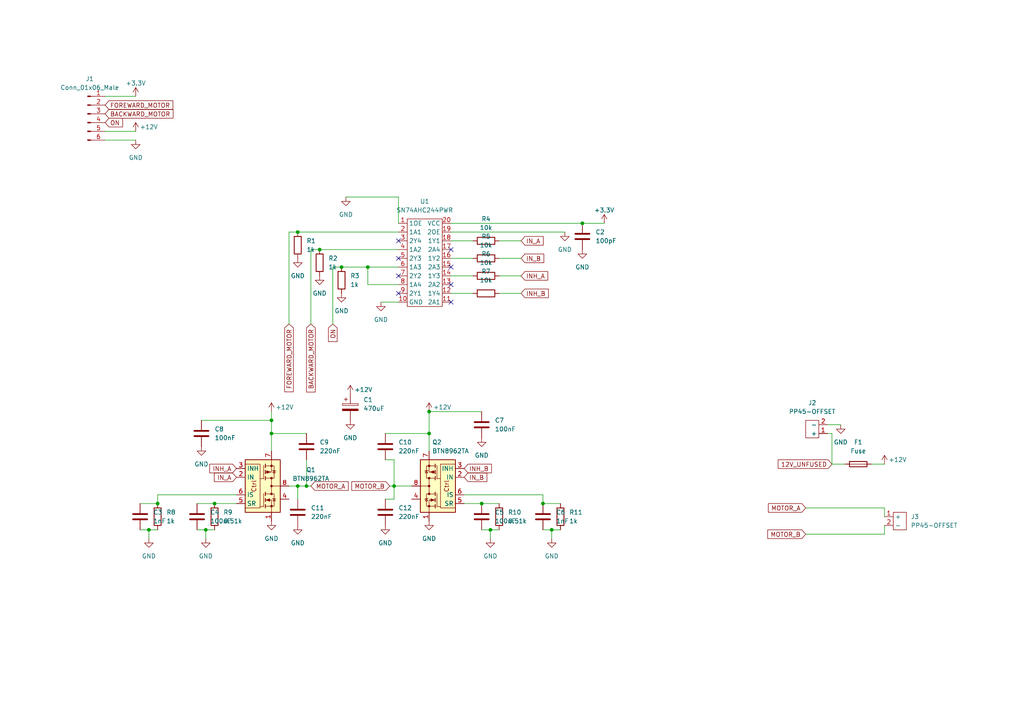
<source format=kicad_sch>
(kicad_sch (version 20211123) (generator eeschema)
  (paper "A4")
  (lib_symbols
    (symbol "01-rickbassham:BTN8982TA"
      (property "Reference" "Q" (at 6.35 5.715 0))
      (property "Value" "BTN8982TA" (at 6.35 3.81 0))
      (symbol "BTN8982TA_0_1"
        (rectangle (start -5.08 7.62) (end 5.08 -7.62) (stroke (width 0.254)) (fill (type background)))
        (polyline (pts (xy 0.254 -5.969) (xy -0.762 -5.969)))
        (polyline (pts (xy 0.254 2.159) (xy -0.762 2.159)))
        (polyline (pts (xy 2.54 0) (xy 5.08 0)))
        (polyline (pts (xy 2.54 2.286) (xy 2.54 -2.286)))
        (polyline (pts (xy 2.54 -5.842) (xy 2.54 -7.62) (xy 2.54 -6.858)))
        (polyline (pts (xy -5.08 6.35) (xy -0.762 6.35) (xy -0.762 -6.35) (xy -5.08 -6.35)))
      )
      (symbol "BTN8982TA_1_0"
        (text "Ctrl" (at -2.54 0 900) (effects (font (size 1.27 1.27))))
      )
      (symbol "BTN8982TA_1_1"
        (polyline (pts (xy 0.762 -5.842) (xy 2.54 -5.842)))
        (polyline (pts (xy 0.762 -5.334) (xy 0.762 -6.35)) (stroke (width 0.254)))
        (polyline (pts (xy 0.762 -4.064) (xy 2.54 -4.064)))
        (polyline (pts (xy 0.762 -3.556) (xy 0.762 -4.572)) (stroke (width 0.254)))
        (polyline (pts (xy 0.762 -2.286) (xy 2.54 -2.286)))
        (polyline (pts (xy 0.762 -1.778) (xy 0.762 -2.794)) (stroke (width 0.254)))
        (polyline (pts (xy 0.762 2.286) (xy 2.54 2.286)))
        (polyline (pts (xy 0.762 2.794) (xy 0.762 1.778)) (stroke (width 0.254)))
        (polyline (pts (xy 0.762 4.064) (xy 2.54 4.064)))
        (polyline (pts (xy 0.762 4.572) (xy 0.762 3.556)) (stroke (width 0.254)))
        (polyline (pts (xy 0.762 5.842) (xy 2.54 5.842)))
        (polyline (pts (xy 0.762 6.35) (xy 0.762 5.334)) (stroke (width 0.254)))
        (polyline (pts (xy 2.54 -5.842) (xy 2.54 -4.064)))
        (polyline (pts (xy 2.54 4.064) (xy 2.54 5.842)))
        (polyline (pts (xy 2.54 7.62) (xy 2.54 5.842)))
        (polyline (pts (xy 0.254 -2.159) (xy 0.254 -5.969) (xy 0.254 -5.969)))
        (polyline (pts (xy 0.254 5.969) (xy 0.254 2.159) (xy 0.254 2.159)))
        (polyline (pts (xy 1.016 -4.064) (xy 2.032 -3.683) (xy 2.032 -4.445) (xy 1.016 -4.064)) (fill (type outline)))
        (polyline (pts (xy 2.159 4.064) (xy 1.143 3.683) (xy 1.143 4.445) (xy 2.159 4.064)) (fill (type outline)))
        (polyline (pts (xy 2.54 -5.842) (xy 3.302 -5.842) (xy 3.302 -2.286) (xy 2.54 -2.286)))
        (polyline (pts (xy 2.54 2.286) (xy 3.302 2.286) (xy 3.302 5.842) (xy 2.54 5.842)))
        (polyline (pts (xy 2.794 -3.556) (xy 2.921 -3.683) (xy 3.683 -3.683) (xy 3.81 -3.81)))
        (polyline (pts (xy 2.794 4.572) (xy 2.921 4.445) (xy 3.683 4.445) (xy 3.81 4.318)))
        (polyline (pts (xy 3.302 -3.683) (xy 2.921 -4.318) (xy 3.683 -4.318) (xy 3.302 -3.683)))
        (polyline (pts (xy 3.302 4.445) (xy 2.921 3.81) (xy 3.683 3.81) (xy 3.302 4.445)))
        (circle (center 2.54 -5.842) (radius 0.2794) (fill (type outline)))
        (circle (center 2.54 -2.286) (radius 0.2794) (fill (type outline)))
        (circle (center 2.54 0) (radius 0.2794) (fill (type outline)))
        (circle (center 2.54 2.286) (radius 0.2794) (fill (type outline)))
        (circle (center 2.54 5.842) (radius 0.2794) (fill (type outline)))
        (pin power_in line (at 2.54 -10.16 90) (length 2.54) (name "~") (number "1"))
        (pin input line (at -7.62 2.54 0) (length 2.54) (name "IN") (number "2"))
        (pin input line (at -7.62 5.08 0) (length 2.54) (name "INH") (number "3"))
        (pin output line (at 7.62 -3.81 180) (length 2.54) (name "") (number "4"))
        (pin passive line (at 7.62 0 180) (length 2.54) hide (name "~") (number "4"))
        (pin input line (at -7.62 -5.08 0) (length 2.54) (name "SR") (number "5"))
        (pin output line (at -7.62 -2.54 0) (length 2.54) (name "IS") (number "6"))
        (pin power_in line (at 2.54 10.16 270) (length 2.54) (name "~") (number "7"))
        (pin passive line (at 7.62 0 180) (length 2.54) (name "~") (number "8"))
      )
    )
    (symbol "01-rickbassham:PP45-OFFSET"
      (property "Reference" "J" (at 0 0 0))
      (property "Value" "PP45-OFFSET" (at 0 2.54 0))
      (symbol "PP45-OFFSET_0_1"
        (rectangle (start 0 -2.54) (end 3.81 -7.62))
      )
      (symbol "PP45-OFFSET_1_1"
        (pin power_in line (at -2.54 -3.81 0) (length 2.54) (name "+") (number "1"))
        (pin power_in line (at -2.54 -6.35 0) (length 2.54) (name "-") (number "2"))
      )
    )
    (symbol "01-rickbassham:SN74AHC244PWR"
      (property "Reference" "U" (at 0 0 0))
      (property "Value" "SN74AHC244PWR" (at 0 2.54 0))
      (symbol "SN74AHC244PWR_0_1"
        (rectangle (start -5.08 -2.54) (end 5.08 -27.94))
      )
      (symbol "SN74AHC244PWR_1_1"
        (pin input line (at -7.62 -3.81 0) (length 2.54) (name "1OE") (number "1"))
        (pin passive line (at -7.62 -26.67 0) (length 2.54) (name "GND") (number "10"))
        (pin input line (at 7.62 -26.67 180) (length 2.54) (name "2A1") (number "11"))
        (pin output line (at 7.62 -24.13 180) (length 2.54) (name "1Y4") (number "12"))
        (pin input line (at 7.62 -21.59 180) (length 2.54) (name "2A2") (number "13"))
        (pin output line (at 7.62 -19.05 180) (length 2.54) (name "1Y3") (number "14"))
        (pin input line (at 7.62 -16.51 180) (length 2.54) (name "2A3") (number "15"))
        (pin output line (at 7.62 -13.97 180) (length 2.54) (name "1Y2") (number "16"))
        (pin input line (at 7.62 -11.43 180) (length 2.54) (name "2A4") (number "17"))
        (pin output line (at 7.62 -8.89 180) (length 2.54) (name "1Y1") (number "18"))
        (pin input line (at 7.62 -6.35 180) (length 2.54) (name "2OE") (number "19"))
        (pin input line (at -7.62 -6.35 0) (length 2.54) (name "1A1") (number "2"))
        (pin passive line (at 7.62 -3.81 180) (length 2.54) (name "VCC") (number "20"))
        (pin output line (at -7.62 -8.89 0) (length 2.54) (name "2Y4") (number "3"))
        (pin input line (at -7.62 -11.43 0) (length 2.54) (name "1A2") (number "4"))
        (pin output line (at -7.62 -13.97 0) (length 2.54) (name "2Y3") (number "5"))
        (pin input line (at -7.62 -16.51 0) (length 2.54) (name "1A3") (number "6"))
        (pin output line (at -7.62 -19.05 0) (length 2.54) (name "2Y2") (number "7"))
        (pin input line (at -7.62 -21.59 0) (length 2.54) (name "1A4") (number "8"))
        (pin output line (at -7.62 -24.13 0) (length 2.54) (name "2Y1") (number "9"))
      )
    )
    (symbol "Connector:Conn_01x06_Male" (pin_names (offset 1.016) hide)
      (property "Reference" "J" (at 0 7.62 0))
      (property "Value" "Conn_01x06_Male" (at 0 -10.16 0))
      (symbol "Conn_01x06_Male_1_1"
        (polyline (pts (xy 1.27 -7.62) (xy 0.8636 -7.62)) (stroke (width 0.1524)))
        (polyline (pts (xy 1.27 -5.08) (xy 0.8636 -5.08)) (stroke (width 0.1524)))
        (polyline (pts (xy 1.27 -2.54) (xy 0.8636 -2.54)) (stroke (width 0.1524)))
        (polyline (pts (xy 1.27 0) (xy 0.8636 0)) (stroke (width 0.1524)))
        (polyline (pts (xy 1.27 2.54) (xy 0.8636 2.54)) (stroke (width 0.1524)))
        (polyline (pts (xy 1.27 5.08) (xy 0.8636 5.08)) (stroke (width 0.1524)))
        (rectangle (start 0.8636 -7.493) (end 0 -7.747) (stroke (width 0.1524)) (fill (type outline)))
        (rectangle (start 0.8636 -4.953) (end 0 -5.207) (stroke (width 0.1524)) (fill (type outline)))
        (rectangle (start 0.8636 -2.413) (end 0 -2.667) (stroke (width 0.1524)) (fill (type outline)))
        (rectangle (start 0.8636 0.127) (end 0 -0.127) (stroke (width 0.1524)) (fill (type outline)))
        (rectangle (start 0.8636 2.667) (end 0 2.413) (stroke (width 0.1524)) (fill (type outline)))
        (rectangle (start 0.8636 5.207) (end 0 4.953) (stroke (width 0.1524)) (fill (type outline)))
        (pin passive line (at 5.08 5.08 180) (length 3.81) (name "Pin_1") (number "1"))
        (pin passive line (at 5.08 2.54 180) (length 3.81) (name "Pin_2") (number "2"))
        (pin passive line (at 5.08 0 180) (length 3.81) (name "Pin_3") (number "3"))
        (pin passive line (at 5.08 -2.54 180) (length 3.81) (name "Pin_4") (number "4"))
        (pin passive line (at 5.08 -5.08 180) (length 3.81) (name "Pin_5") (number "5"))
        (pin passive line (at 5.08 -7.62 180) (length 3.81) (name "Pin_6") (number "6"))
      )
    )
    (symbol "Device:C" (pin_numbers hide) (pin_names (offset 0.254))
      (property "Reference" "C" (at 0.635 2.54 0))
      (property "Value" "C" (at 0.635 -2.54 0))
      (symbol "C_0_1"
        (polyline (pts (xy -2.032 -0.762) (xy 2.032 -0.762)) (stroke (width 0.508)))
        (polyline (pts (xy -2.032 0.762) (xy 2.032 0.762)) (stroke (width 0.508)))
      )
      (symbol "C_1_1"
        (pin passive line (at 0 3.81 270) (length 2.794) (name "~") (number "1"))
        (pin passive line (at 0 -3.81 90) (length 2.794) (name "~") (number "2"))
      )
    )
    (symbol "Device:C_Polarized" (pin_numbers hide) (pin_names (offset 0.254))
      (property "Reference" "C" (at 0.635 2.54 0))
      (property "Value" "C_Polarized" (at 0.635 -2.54 0))
      (symbol "C_Polarized_0_1"
        (rectangle (start -2.286 0.508) (end 2.286 1.016))
        (polyline (pts (xy -1.778 2.286) (xy -0.762 2.286)))
        (polyline (pts (xy -1.27 2.794) (xy -1.27 1.778)))
        (rectangle (start 2.286 -0.508) (end -2.286 -1.016) (fill (type outline)))
      )
      (symbol "C_Polarized_1_1"
        (pin passive line (at 0 3.81 270) (length 2.794) (name "~") (number "1"))
        (pin passive line (at 0 -3.81 90) (length 2.794) (name "~") (number "2"))
      )
    )
    (symbol "Device:Fuse" (pin_numbers hide) (pin_names (offset 0))
      (property "Reference" "F" (at 2.032 0 90))
      (property "Value" "Fuse" (at -1.905 0 90))
      (symbol "Fuse_0_1"
        (rectangle (start -0.762 -2.54) (end 0.762 2.54) (stroke (width 0.254)))
        (polyline (pts (xy 0 2.54) (xy 0 -2.54)))
      )
      (symbol "Fuse_1_1"
        (pin passive line (at 0 3.81 270) (length 1.27) (name "~") (number "1"))
        (pin passive line (at 0 -3.81 90) (length 1.27) (name "~") (number "2"))
      )
    )
    (symbol "Device:R" (pin_numbers hide) (pin_names (offset 0))
      (property "Reference" "R" (at 2.032 0 90))
      (property "Value" "R" (at 0 0 90))
      (symbol "R_0_1"
        (rectangle (start -1.016 -2.54) (end 1.016 2.54) (stroke (width 0.254)))
      )
      (symbol "R_1_1"
        (pin passive line (at 0 3.81 270) (length 1.27) (name "~") (number "1"))
        (pin passive line (at 0 -3.81 90) (length 1.27) (name "~") (number "2"))
      )
    )
    (symbol "power:+12V" (power) (pin_names (offset 0))
      (property "Value" "+12V" (at 0 3.556 0))
      (symbol "+12V_0_1"
        (polyline (pts (xy -0.762 1.27) (xy 0 2.54)))
        (polyline (pts (xy 0 0) (xy 0 2.54)))
        (polyline (pts (xy 0 2.54) (xy 0.762 1.27)))
      )
      (symbol "+12V_1_1"
        (pin power_in line (at 0 0 90) (length 0) hide (name "+12V") (number "1"))
      )
    )
    (symbol "power:+3.3V" (power) (pin_names (offset 0))
      (property "Value" "+3.3V" (at 0 3.556 0))
      (symbol "+3.3V_0_1"
        (polyline (pts (xy -0.762 1.27) (xy 0 2.54)))
        (polyline (pts (xy 0 0) (xy 0 2.54)))
        (polyline (pts (xy 0 2.54) (xy 0.762 1.27)))
      )
      (symbol "+3.3V_1_1"
        (pin power_in line (at 0 0 90) (length 0) hide (name "+3.3V") (number "1"))
      )
    )
    (symbol "power:GND" (power) (pin_names (offset 0))
      (property "Value" "GND" (at 0 -3.81 0))
      (symbol "GND_0_1"
        (polyline (pts (xy 0 0) (xy 0 -1.27) (xy 1.27 -1.27) (xy 0 -2.54) (xy -1.27 -1.27) (xy 0 -1.27)))
      )
      (symbol "GND_1_1"
        (pin power_in line (at 0 0 270) (length 0) hide (name "GND") (number "1"))
      )
    )
  )
  (junction (at 78.74 121.92))
  (junction (at 139.7 146.05))
  (junction (at 99.06 77.47))
  (junction (at 160.02 153.67))
  (junction (at 45.72 146.05))
  (junction (at 124.46 119.38))
  (junction (at 78.74 125.73))
  (junction (at 43.18 153.67))
  (junction (at 157.48 146.05))
  (junction (at 62.23 146.05))
  (junction (at 168.91 64.77))
  (junction (at 114.3 140.97))
  (junction (at 86.36 67.31))
  (junction (at 124.46 125.73))
  (junction (at 92.71 72.39))
  (junction (at 59.69 153.67))
  (junction (at 106.68 77.47))
  (junction (at 142.24 153.67))
  (junction (at 86.36 140.97))
  (junction (at 88.9 140.97))
  (no_connect (at 115.57 69.85))
  (no_connect (at 115.57 74.93))
  (no_connect (at 115.57 80.01))
  (no_connect (at 115.57 85.09))
  (no_connect (at 130.81 87.63))
  (no_connect (at 130.81 82.55))
  (no_connect (at 130.81 77.47))
  (no_connect (at 130.81 72.39))
  (wire (pts (xy 78.74 121.92) (xy 78.74 125.73)))
  (wire (pts (xy 241.3 125.73) (xy 241.3 134.62)))
  (wire (pts (xy 168.91 64.77) (xy 175.26 64.77)))
  (wire (pts (xy 233.68 147.32) (xy 256.54 147.32)))
  (wire (pts (xy 90.17 93.98) (xy 90.17 72.39)))
  (wire (pts (xy 256.54 154.94) (xy 256.54 152.4)))
  (wire (pts (xy 58.42 121.92) (xy 78.74 121.92)))
  (wire (pts (xy 130.81 64.77) (xy 168.91 64.77)))
  (wire (pts (xy 86.36 140.97) (xy 88.9 140.97)))
  (wire (pts (xy 92.71 72.39) (xy 115.57 72.39)))
  (wire (pts (xy 142.24 153.67) (xy 144.78 153.67)))
  (wire (pts (xy 111.76 133.35) (xy 114.3 133.35)))
  (wire (pts (xy 160.02 153.67) (xy 160.02 156.21)))
  (wire (pts (xy 240.03 123.19) (xy 243.84 123.19)))
  (wire (pts (xy 86.36 67.31) (xy 115.57 67.31)))
  (wire (pts (xy 130.81 69.85) (xy 137.16 69.85)))
  (wire (pts (xy 68.58 143.51) (xy 45.72 143.51)))
  (wire (pts (xy 130.81 74.93) (xy 137.16 74.93)))
  (wire (pts (xy 124.46 119.38) (xy 139.7 119.38)))
  (wire (pts (xy 57.15 146.05) (xy 62.23 146.05)))
  (wire (pts (xy 100.33 57.15) (xy 115.57 57.15)))
  (wire (pts (xy 157.48 153.67) (xy 160.02 153.67)))
  (wire (pts (xy 83.82 67.31) (xy 86.36 67.31)))
  (wire (pts (xy 88.9 133.35) (xy 88.9 140.97)))
  (wire (pts (xy 142.24 153.67) (xy 142.24 156.21)))
  (wire (pts (xy 110.49 87.63) (xy 115.57 87.63)))
  (wire (pts (xy 96.52 77.47) (xy 99.06 77.47)))
  (wire (pts (xy 157.48 146.05) (xy 162.56 146.05)))
  (wire (pts (xy 43.18 153.67) (xy 45.72 153.67)))
  (wire (pts (xy 78.74 125.73) (xy 88.9 125.73)))
  (wire (pts (xy 86.36 140.97) (xy 86.36 144.78)))
  (wire (pts (xy 139.7 146.05) (xy 144.78 146.05)))
  (wire (pts (xy 78.74 125.73) (xy 78.74 130.81)))
  (wire (pts (xy 57.15 153.67) (xy 59.69 153.67)))
  (wire (pts (xy 30.48 40.64) (xy 39.37 40.64)))
  (wire (pts (xy 90.17 72.39) (xy 92.71 72.39)))
  (wire (pts (xy 160.02 153.67) (xy 162.56 153.67)))
  (wire (pts (xy 99.06 77.47) (xy 106.68 77.47)))
  (wire (pts (xy 233.68 154.94) (xy 256.54 154.94)))
  (wire (pts (xy 83.82 93.98) (xy 83.82 67.31)))
  (wire (pts (xy 30.48 27.94) (xy 39.37 27.94)))
  (wire (pts (xy 144.78 85.09) (xy 151.13 85.09)))
  (wire (pts (xy 124.46 119.38) (xy 124.46 125.73)))
  (wire (pts (xy 40.64 146.05) (xy 45.72 146.05)))
  (wire (pts (xy 144.78 69.85) (xy 151.13 69.85)))
  (wire (pts (xy 106.68 77.47) (xy 115.57 77.47)))
  (wire (pts (xy 83.82 140.97) (xy 86.36 140.97)))
  (wire (pts (xy 134.62 143.51) (xy 157.48 143.51)))
  (wire (pts (xy 130.81 80.01) (xy 137.16 80.01)))
  (wire (pts (xy 106.68 82.55) (xy 106.68 77.47)))
  (wire (pts (xy 115.57 82.55) (xy 106.68 82.55)))
  (wire (pts (xy 113.03 140.97) (xy 114.3 140.97)))
  (wire (pts (xy 139.7 153.67) (xy 142.24 153.67)))
  (wire (pts (xy 130.81 85.09) (xy 137.16 85.09)))
  (wire (pts (xy 43.18 153.67) (xy 43.18 156.21)))
  (wire (pts (xy 124.46 125.73) (xy 124.46 130.81)))
  (wire (pts (xy 144.78 74.93) (xy 151.13 74.93)))
  (wire (pts (xy 144.78 80.01) (xy 151.13 80.01)))
  (wire (pts (xy 256.54 147.32) (xy 256.54 149.86)))
  (wire (pts (xy 114.3 133.35) (xy 114.3 140.97)))
  (wire (pts (xy 134.62 146.05) (xy 139.7 146.05)))
  (wire (pts (xy 115.57 57.15) (xy 115.57 64.77)))
  (wire (pts (xy 157.48 143.51) (xy 157.48 146.05)))
  (wire (pts (xy 78.74 119.38) (xy 78.74 121.92)))
  (wire (pts (xy 30.48 38.1) (xy 39.37 38.1)))
  (wire (pts (xy 114.3 140.97) (xy 119.38 140.97)))
  (wire (pts (xy 59.69 153.67) (xy 62.23 153.67)))
  (wire (pts (xy 114.3 144.78) (xy 114.3 140.97)))
  (wire (pts (xy 111.76 125.73) (xy 124.46 125.73)))
  (wire (pts (xy 59.69 153.67) (xy 59.69 156.21)))
  (wire (pts (xy 40.64 153.67) (xy 43.18 153.67)))
  (wire (pts (xy 245.11 134.62) (xy 241.3 134.62)))
  (wire (pts (xy 96.52 93.98) (xy 96.52 77.47)))
  (wire (pts (xy 45.72 143.51) (xy 45.72 146.05)))
  (wire (pts (xy 130.81 67.31) (xy 163.83 67.31)))
  (wire (pts (xy 62.23 146.05) (xy 68.58 146.05)))
  (wire (pts (xy 88.9 140.97) (xy 90.17 140.97)))
  (wire (pts (xy 240.03 125.73) (xy 241.3 125.73)))
  (wire (pts (xy 111.76 144.78) (xy 114.3 144.78)))
  (wire (pts (xy 252.73 134.62) (xy 256.54 134.62)))
  (global_label "IN_B" (shape input) (at 134.62 138.43 0) (property "Intersheet References" "${INTERSHEET_REFS}" (effects hide)))
  (global_label "MOTOR_B" (shape input) (at 113.03 140.97 180) (property "Intersheet References" "${INTERSHEET_REFS}" (effects hide)))
  (global_label "ON" (shape input) (at 30.48 35.56 0) (property "Intersheet References" "${INTERSHEET_REFS}" (effects hide)))
  (global_label "INH_A" (shape input) (at 68.58 135.89 180) (property "Intersheet References" "${INTERSHEET_REFS}" (effects hide)))
  (global_label "FOREWARD_MOTOR" (shape input) (at 30.48 30.48 0) (property "Intersheet References" "${INTERSHEET_REFS}" (effects hide)))
  (global_label "FOREWARD_MOTOR" (shape input) (at 83.82 93.98 270) (property "Intersheet References" "${INTERSHEET_REFS}" (effects hide)))
  (global_label "INH_B" (shape input) (at 134.62 135.89 0) (property "Intersheet References" "${INTERSHEET_REFS}" (effects hide)))
  (global_label "IN_B" (shape input) (at 151.13 74.93 0) (property "Intersheet References" "${INTERSHEET_REFS}" (effects hide)))
  (global_label "ON" (shape input) (at 96.52 93.98 270) (property "Intersheet References" "${INTERSHEET_REFS}" (effects hide)))
  (global_label "IN_A" (shape input) (at 68.58 138.43 180) (property "Intersheet References" "${INTERSHEET_REFS}" (effects hide)))
  (global_label "MOTOR_A" (shape input) (at 233.68 147.32 180) (property "Intersheet References" "${INTERSHEET_REFS}" (effects hide)))
  (global_label "MOTOR_A" (shape input) (at 90.17 140.97 0) (property "Intersheet References" "${INTERSHEET_REFS}" (effects hide)))
  (global_label "BACKWARD_MOTOR" (shape input) (at 30.48 33.02 0) (property "Intersheet References" "${INTERSHEET_REFS}" (effects hide)))
  (global_label "INH_A" (shape input) (at 151.13 80.01 0) (property "Intersheet References" "${INTERSHEET_REFS}" (effects hide)))
  (global_label "BACKWARD_MOTOR" (shape input) (at 90.17 93.98 270) (property "Intersheet References" "${INTERSHEET_REFS}" (effects hide)))
  (global_label "12V_UNFUSED" (shape input) (at 241.3 134.62 180) (property "Intersheet References" "${INTERSHEET_REFS}" (effects hide)))
  (global_label "MOTOR_B" (shape input) (at 233.68 154.94 180) (property "Intersheet References" "${INTERSHEET_REFS}" (effects hide)))
  (global_label "IN_A" (shape input) (at 151.13 69.85 0) (property "Intersheet References" "${INTERSHEET_REFS}" (effects hide)))
  (global_label "INH_B" (shape input) (at 151.13 85.09 0) (property "Intersheet References" "${INTERSHEET_REFS}" (effects hide)))
  (symbol (lib_id "01-rickbassham:SN74AHC244PWR") (at 123.19 60.96 0) (unit 1)
    (property "Reference" "U1" (at 123.19 58.42 0))
    (property "Value" "SN74AHC244PWR" (at 123.19 60.96 0))
    (property "Footprint" "Package_SO:TSSOP-20_4.4x6.5mm_P0.65mm" (effects hide))
    (property "jlc" "TSSOP20_44MM_065P" (effects hide))
    (property "lcsc" "C7475" (effects hide))
  )
  (symbol (lib_id "Device:C") (at 40.64 149.86 0) (unit 1)
    (property "Reference" "C3" (at 44.45 148.5899 0) (effects (justify left)))
    (property "Value" "1nF" (at 44.45 151.1299 0) (effects (justify left)))
    (property "Footprint" "Capacitor_SMD:C_0603_1608Metric" (effects hide))
    (property "jlc" "0603" (effects hide))
  )
  (symbol (lib_id "Device:C") (at 86.36 148.59 0) (unit 1)
    (property "Reference" "C11" (at 90.17 147.3199 0) (effects (justify left)))
    (property "Value" "220nF" (at 90.17 149.8599 0) (effects (justify left)))
    (property "Footprint" "Capacitor_SMD:C_0603_1608Metric" (effects hide))
    (property "jlc" "0603" (effects hide))
  )
  (symbol (lib_id "Device:R") (at 62.23 149.86 0) (unit 1)
    (property "Reference" "R9" (at 64.77 148.5899 0) (effects (justify left)))
    (property "Value" "0.51k" (at 64.77 151.1299 0) (effects (justify left)))
    (property "Footprint" "Resistor_SMD:R_0603_1608Metric" (effects hide))
    (property "jlc" "0603" (effects hide))
  )
  (symbol (lib_id "power:GND") (at 43.18 156.21 0) (unit 1)
    (property "Reference" "#PWR0110" (effects hide))
    (property "Value" "GND" (at 43.18 161.29 0))
  )
  (symbol (lib_id "power:GND") (at 92.71 80.01 0) (unit 1)
    (property "Reference" "#PWR0116" (effects hide))
    (property "Value" "GND" (at 92.71 85.09 0))
  )
  (symbol (lib_id "power:GND") (at 39.37 40.64 0) (unit 1)
    (property "Reference" "#PWR0122" (effects hide))
    (property "Value" "GND" (at 39.37 45.72 0))
  )
  (symbol (lib_id "power:GND") (at 99.06 85.09 0) (unit 1)
    (property "Reference" "#PWR0117" (effects hide))
    (property "Value" "GND" (at 99.06 90.17 0))
  )
  (symbol (lib_id "Device:C") (at 57.15 149.86 0) (unit 1)
    (property "Reference" "C4" (at 60.96 148.5899 0) (effects (justify left)))
    (property "Value" "100nF" (at 60.96 151.1299 0) (effects (justify left)))
    (property "Footprint" "Capacitor_SMD:C_0603_1608Metric" (effects hide))
    (property "jlc" "0603" (effects hide))
  )
  (symbol (lib_id "power:+3.3V") (at 39.37 27.94 0) (unit 1)
    (property "Reference" "#PWR0121" (effects hide))
    (property "Value" "+3.3V" (at 39.37 24.13 0))
  )
  (symbol (lib_id "power:GND") (at 243.84 123.19 0) (unit 1)
    (property "Reference" "#PWR0101" (effects hide))
    (property "Value" "GND" (at 243.84 128.27 0))
  )
  (symbol (lib_id "01-rickbassham:PP45-OFFSET") (at 237.49 129.54 180) (unit 1) (in_bom no)
    (property "Reference" "J2" (at 235.585 116.84 0))
    (property "Value" "PP45-OFFSET" (at 235.585 119.38 0))
    (property "Footprint" "01-rickbassham:PP45-SHORT" (effects hide))
    (property "Datasheet" "https://www.andersonpower.com/content/dam/app/ecommerce/product-pdfs/DS-PP1545.pdf" (effects hide))
    (property "DigiKey Part" "2243-1336G1-ND" (effects hide))
    (property "Manufacturer Part" "1336G1" (effects hide))
    (property "PurchaseLink" "https://www.digikey.com/en/products/detail/anderson-power-products-inc/1336G1/10650490" (effects hide))
  )
  (symbol (lib_id "power:GND") (at 168.91 72.39 0) (unit 1)
    (property "Reference" "#PWR0115" (effects hide))
    (property "Value" "GND" (at 168.91 77.47 0))
  )
  (symbol (lib_id "power:GND") (at 160.02 156.21 0) (unit 1)
    (property "Reference" "#PWR0107" (effects hide))
    (property "Value" "GND" (at 160.02 161.29 0))
  )
  (symbol (lib_id "power:GND") (at 110.49 87.63 0) (unit 1)
    (property "Reference" "#PWR0118" (effects hide))
    (property "Value" "GND" (at 110.49 92.71 0))
  )
  (symbol (lib_id "Device:R") (at 140.97 85.09 270) (unit 1)
    (property "Reference" "R7" (at 140.97 78.74 90))
    (property "Value" "10k" (at 140.97 81.28 90))
    (property "Footprint" "Resistor_SMD:R_0603_1608Metric" (effects hide))
    (property "jlc" "0603" (effects hide))
  )
  (symbol (lib_id "01-rickbassham:BTN8982TA") (at 76.2 140.97 0) (unit 1)
    (property "Reference" "Q1" (at 90.17 136.271 0))
    (property "Value" "BTN8962TA" (at 90.17 138.811 0))
    (property "Footprint" "Package_TO_SOT_SMD:TO-263-7_TabPin8" (effects hide))
    (property "Datasheet" "https://www.infineon.com/dgdl/Infineon-BTN8982TA-DS-v01_00-EN.pdf?fileId=db3a30433fa9412f013fbe32289b7c17" (effects hide))
    (property "jlc" "TO-263-7" (effects hide))
    (property "lcsc" "C112630" (effects hide))
  )
  (symbol (lib_id "power:GND") (at 101.6 121.92 0) (unit 1)
    (property "Reference" "#PWR0103" (effects hide))
    (property "Value" "GND" (at 101.6 127 0))
  )
  (symbol (lib_id "power:+12V") (at 39.37 38.1 0) (unit 1)
    (property "Reference" "#PWR0123" (effects hide))
    (property "Value" "+12V" (at 43.18 36.83 0))
  )
  (symbol (lib_id "power:GND") (at 139.7 127 0) (unit 1)
    (property "Reference" "#PWR0125" (effects hide))
    (property "Value" "GND" (at 139.7 132.08 0))
  )
  (symbol (lib_id "Device:R") (at 140.97 74.93 270) (unit 1)
    (property "Reference" "R5" (at 140.97 68.58 90))
    (property "Value" "10k" (at 140.97 71.12 90))
    (property "Footprint" "Resistor_SMD:R_0603_1608Metric" (effects hide))
    (property "jlc" "0603" (effects hide))
  )
  (symbol (lib_id "Connector:Conn_01x06_Male") (at 25.4 33.02 0) (unit 1)
    (property "Reference" "J1" (at 26.035 22.86 0))
    (property "Value" "Conn_01x06_Male" (at 26.035 25.4 0))
    (property "Footprint" "Connector_PinHeader_2.54mm:PinHeader_1x06_P2.54mm_Vertical" (effects hide))
  )
  (symbol (lib_id "Device:R") (at 162.56 149.86 0) (unit 1)
    (property "Reference" "R11" (at 165.1 148.5899 0) (effects (justify left)))
    (property "Value" "1k" (at 165.1 151.1299 0) (effects (justify left)))
    (property "Footprint" "Resistor_SMD:R_0603_1608Metric" (effects hide))
    (property "jlc" "0603" (effects hide))
    (property "lcsc" "C217840" (effects hide))
  )
  (symbol (lib_id "Device:C") (at 58.42 125.73 0) (unit 1)
    (property "Reference" "C8" (at 62.23 124.4599 0) (effects (justify left)))
    (property "Value" "100nF" (at 62.23 126.9999 0) (effects (justify left)))
    (property "Footprint" "Capacitor_SMD:C_0603_1608Metric" (effects hide))
    (property "jlc" "0603" (effects hide))
  )
  (symbol (lib_id "power:+12V") (at 256.54 134.62 0) (unit 1)
    (property "Reference" "#PWR0102" (effects hide))
    (property "Value" "+12V" (at 260.35 133.35 0))
  )
  (symbol (lib_id "power:GND") (at 124.46 151.13 0) (unit 1)
    (property "Reference" "#PWR0109" (effects hide))
    (property "Value" "GND" (at 124.46 156.21 0))
  )
  (symbol (lib_id "power:GND") (at 86.36 74.93 0) (unit 1)
    (property "Reference" "#PWR0120" (effects hide))
    (property "Value" "GND" (at 86.36 80.01 0))
  )
  (symbol (lib_id "Device:C") (at 139.7 149.86 0) (unit 1)
    (property "Reference" "C5" (at 143.51 148.5899 0) (effects (justify left)))
    (property "Value" "100nF" (at 143.51 151.1299 0) (effects (justify left)))
    (property "Footprint" "Capacitor_SMD:C_0603_1608Metric" (effects hide))
    (property "jlc" "0603" (effects hide))
  )
  (symbol (lib_id "01-rickbassham:PP45-OFFSET") (at 259.08 146.05 0) (unit 1) (in_bom no)
    (property "Reference" "J3" (at 264.16 149.8599 0) (effects (justify left)))
    (property "Value" "PP45-OFFSET" (at 264.16 152.3999 0) (effects (justify left)))
    (property "Footprint" "01-rickbassham:PP45-SHORT" (effects hide))
    (property "Datasheet" "https://www.andersonpower.com/content/dam/app/ecommerce/product-pdfs/DS-PP1545.pdf" (effects hide))
    (property "DigiKey Part" "2243-1336G1-ND" (effects hide))
    (property "Manufacturer Part" "1336G1" (effects hide))
    (property "PurchaseLink" "https://www.digikey.com/en/products/detail/anderson-power-products-inc/1336G1/10650490" (effects hide))
  )
  (symbol (lib_id "Device:Fuse") (at 248.92 134.62 90) (unit 1)
    (property "Reference" "F1" (at 248.92 128.27 90))
    (property "Value" "Fuse" (at 248.92 130.81 90))
    (property "Footprint" "01-rickbassham:Keystone 3522-2 Fuse Holder" (effects hide))
    (property "Datasheet" "https://www.keyelco.com/userAssets/file/M65p41.pdf" (effects hide))
    (property "DigiKey Part" "36-3522-2-ND" (effects hide))
    (property "Manufacturer Part" "3522-2" (effects hide))
    (property "PurchaseLink" "https://www.digikey.com/en/products/detail/keystone-electronics/3522-2/151571" (effects hide))
  )
  (symbol (lib_id "power:+12V") (at 124.46 119.38 0) (unit 1)
    (property "Reference" "#PWR0108" (effects hide))
    (property "Value" "+12V" (at 128.27 118.11 0))
  )
  (symbol (lib_id "Device:R") (at 140.97 80.01 270) (unit 1)
    (property "Reference" "R6" (at 140.97 73.66 90))
    (property "Value" "10k" (at 140.97 76.2 90))
    (property "Footprint" "Resistor_SMD:R_0603_1608Metric" (effects hide))
    (property "jlc" "0603" (effects hide))
  )
  (symbol (lib_id "Device:R") (at 140.97 69.85 270) (unit 1)
    (property "Reference" "R4" (at 140.97 63.5 90))
    (property "Value" "10k" (at 140.97 66.04 90))
    (property "Footprint" "Resistor_SMD:R_0603_1608Metric" (effects hide))
    (property "jlc" "0603" (effects hide))
  )
  (symbol (lib_id "power:+3.3V") (at 175.26 64.77 0) (unit 1)
    (property "Reference" "#PWR0105" (effects hide))
    (property "Value" "+3.3V" (at 175.26 60.96 0))
  )
  (symbol (lib_id "power:GND") (at 58.42 129.54 0) (unit 1)
    (property "Reference" "#PWR0124" (effects hide))
    (property "Value" "GND" (at 58.42 134.62 0))
  )
  (symbol (lib_id "Device:C") (at 139.7 123.19 0) (unit 1)
    (property "Reference" "C7" (at 143.51 121.9199 0) (effects (justify left)))
    (property "Value" "100nF" (at 143.51 124.4599 0) (effects (justify left)))
    (property "Footprint" "Capacitor_SMD:C_0603_1608Metric" (effects hide))
    (property "jlc" "0603" (effects hide))
  )
  (symbol (lib_id "Device:C") (at 168.91 68.58 0) (unit 1)
    (property "Reference" "C2" (at 172.72 67.3099 0) (effects (justify left)))
    (property "Value" "100pF" (at 172.72 69.8499 0) (effects (justify left)))
    (property "Footprint" "Capacitor_SMD:C_0603_1608Metric" (effects hide))
    (property "jlc" "0603" (effects hide))
    (property "lcsc" "CC0603KRX7R9BB101" (effects hide))
  )
  (symbol (lib_id "power:GND") (at 78.74 151.13 0) (unit 1)
    (property "Reference" "#PWR0112" (effects hide))
    (property "Value" "GND" (at 78.74 156.21 0))
  )
  (symbol (lib_id "Device:R") (at 99.06 81.28 180) (unit 1)
    (property "Reference" "R3" (at 101.6 80.0099 0) (effects (justify right)))
    (property "Value" "1k" (at 101.6 82.5499 0) (effects (justify right)))
    (property "Footprint" "Resistor_SMD:R_0603_1608Metric" (effects hide))
    (property "jlc" "0603" (effects hide))
    (property "lcsc" "C217840" (effects hide))
  )
  (symbol (lib_id "Device:C") (at 88.9 129.54 0) (unit 1)
    (property "Reference" "C9" (at 92.71 128.2699 0) (effects (justify left)))
    (property "Value" "220nF" (at 92.71 130.8099 0) (effects (justify left)))
    (property "Footprint" "Capacitor_SMD:C_0603_1608Metric" (effects hide))
    (property "jlc" "0603" (effects hide))
  )
  (symbol (lib_id "Device:C") (at 111.76 148.59 0) (unit 1)
    (property "Reference" "C12" (at 115.57 147.3199 0) (effects (justify left)))
    (property "Value" "220nF" (at 115.57 149.8599 0) (effects (justify left)))
    (property "Footprint" "Capacitor_SMD:C_0603_1608Metric" (effects hide))
    (property "jlc" "0603" (effects hide))
  )
  (symbol (lib_id "power:GND") (at 142.24 156.21 0) (unit 1)
    (property "Reference" "#PWR0106" (effects hide))
    (property "Value" "GND" (at 142.24 161.29 0))
  )
  (symbol (lib_id "power:GND") (at 59.69 156.21 0) (unit 1)
    (property "Reference" "#PWR0111" (effects hide))
    (property "Value" "GND" (at 59.69 161.29 0))
  )
  (symbol (lib_id "01-rickbassham:BTN8982TA") (at 127 140.97 0) (mirror y) (unit 1)
    (property "Reference" "Q2" (at 125.3489 128.27 0) (effects (justify right)))
    (property "Value" "BTN8962TA" (at 125.3489 130.81 0) (effects (justify right)))
    (property "Footprint" "Package_TO_SOT_SMD:TO-263-7_TabPin8" (effects hide))
    (property "Datasheet" "https://www.infineon.com/dgdl/Infineon-BTN8982TA-DS-v01_00-EN.pdf?fileId=db3a30433fa9412f013fbe32289b7c17" (effects hide))
    (property "jlc" "TO-263-7" (effects hide))
    (property "lcsc" "C112630" (effects hide))
  )
  (symbol (lib_id "power:GND") (at 86.36 152.4 0) (unit 1)
    (property "Reference" "#PWR0126" (effects hide))
    (property "Value" "GND" (at 86.36 157.48 0))
  )
  (symbol (lib_id "power:+12V") (at 101.6 114.3 0) (unit 1)
    (property "Reference" "#PWR0104" (effects hide))
    (property "Value" "+12V" (at 105.41 113.03 0))
  )
  (symbol (lib_id "power:+12V") (at 78.74 119.38 0) (unit 1)
    (property "Reference" "#PWR0113" (effects hide))
    (property "Value" "+12V" (at 82.55 118.11 0))
  )
  (symbol (lib_id "power:GND") (at 100.33 57.15 0) (unit 1)
    (property "Reference" "#PWR0119" (effects hide))
    (property "Value" "GND" (at 100.33 62.23 0))
  )
  (symbol (lib_id "Device:R") (at 92.71 76.2 180) (unit 1)
    (property "Reference" "R2" (at 95.25 74.9299 0) (effects (justify right)))
    (property "Value" "1k" (at 95.25 77.4699 0) (effects (justify right)))
    (property "Footprint" "Resistor_SMD:R_0603_1608Metric" (effects hide))
    (property "jlc" "0603" (effects hide))
    (property "lcsc" "C217840" (effects hide))
  )
  (symbol (lib_id "Device:C_Polarized") (at 101.6 118.11 0) (unit 1)
    (property "Reference" "C1" (at 105.41 115.9509 0) (effects (justify left)))
    (property "Value" "470uF" (at 105.41 118.4909 0) (effects (justify left)))
    (property "Footprint" "Capacitor_THT:CP_Radial_D8.0mm_P3.50mm" (effects hide))
    (property "DigiKey Part" "732-8831-1-ND" (effects hide))
    (property "Manufacturer Part" "860020474014" (effects hide))
    (property "PurchaseLink" "https://www.digikey.com/en/products/detail/w%C3%BCrth-elektronik/860020474014/5727068" (effects hide))
  )
  (symbol (lib_id "Device:C") (at 157.48 149.86 0) (unit 1)
    (property "Reference" "C6" (at 161.29 148.5899 0) (effects (justify left)))
    (property "Value" "1nF" (at 161.29 151.1299 0) (effects (justify left)))
    (property "Footprint" "Capacitor_SMD:C_0603_1608Metric" (effects hide))
    (property "jlc" "0603" (effects hide))
  )
  (symbol (lib_id "Device:R") (at 86.36 71.12 180) (unit 1)
    (property "Reference" "R1" (at 88.9 69.8499 0) (effects (justify right)))
    (property "Value" "1k" (at 88.9 72.3899 0) (effects (justify right)))
    (property "Footprint" "Resistor_SMD:R_0603_1608Metric" (effects hide))
    (property "jlc" "0603" (effects hide))
    (property "lcsc" "C217840" (effects hide))
  )
  (symbol (lib_id "power:GND") (at 163.83 67.31 0) (unit 1)
    (property "Reference" "#PWR0114" (effects hide))
    (property "Value" "GND" (at 163.83 72.39 0))
  )
  (symbol (lib_id "power:GND") (at 111.76 152.4 0) (unit 1)
    (property "Reference" "#PWR0127" (effects hide))
    (property "Value" "GND" (at 111.76 157.48 0))
  )
  (symbol (lib_id "Device:R") (at 144.78 149.86 0) (unit 1)
    (property "Reference" "R10" (at 147.32 148.5899 0) (effects (justify left)))
    (property "Value" "0.51k" (at 147.32 151.1299 0) (effects (justify left)))
    (property "Footprint" "Resistor_SMD:R_0603_1608Metric" (effects hide))
    (property "jlc" "0603" (effects hide))
  )
  (symbol (lib_id "Device:R") (at 45.72 149.86 0) (unit 1)
    (property "Reference" "R8" (at 48.26 148.5899 0) (effects (justify left)))
    (property "Value" "1k" (at 48.26 151.1299 0) (effects (justify left)))
    (property "Footprint" "Resistor_SMD:R_0603_1608Metric" (effects hide))
    (property "jlc" "0603" (effects hide))
    (property "lcsc" "C217840" (effects hide))
  )
  (symbol (lib_id "Device:C") (at 111.76 129.54 0) (unit 1)
    (property "Reference" "C10" (at 115.57 128.2699 0) (effects (justify left)))
    (property "Value" "220nF" (at 115.57 130.8099 0) (effects (justify left)))
    (property "Footprint" "Capacitor_SMD:C_0603_1608Metric" (effects hide))
    (property "jlc" "0603" (effects hide))
  )
)
</source>
